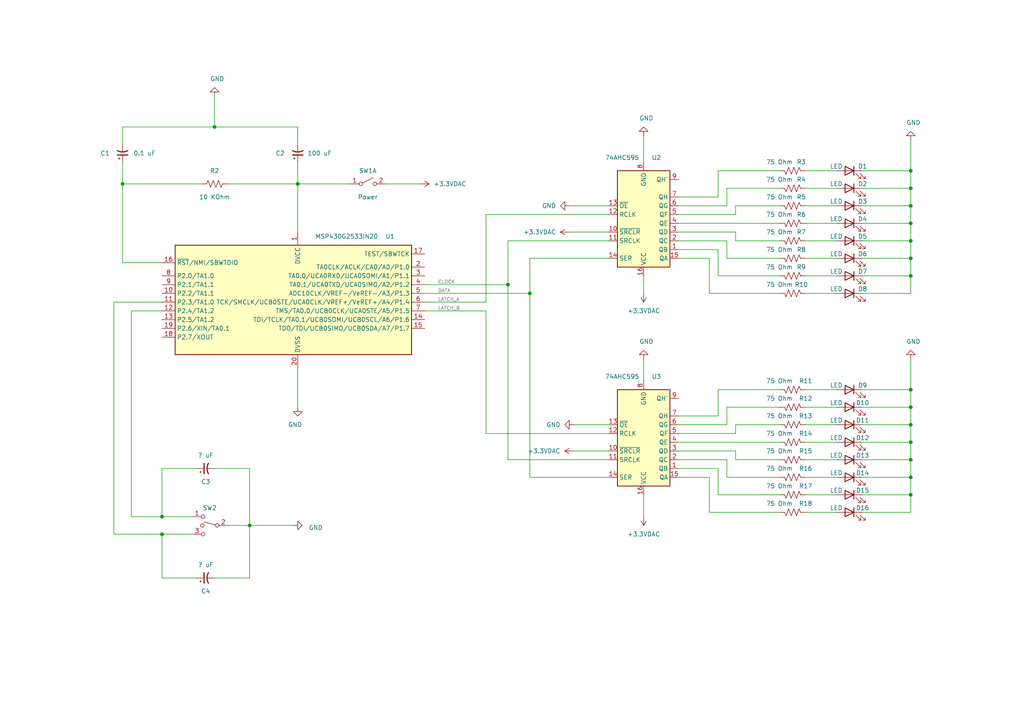
<source format=kicad_sch>
(kicad_sch (version 20230121) (generator eeschema)
  (paper "A4")
  (title_block (title "Bike turning lights") (date "2025-02-12") (rev "1.0") (company "Maksym Dybarskyi"))
  (lib_symbols
    (symbol "74xx:74AHC595"
      (property "Reference" "U" (at -7.62 13.97 0))
      (property "Value" "74AHC595" (at -7.62 -16.51 0))
      (symbol "74AHC595_1_0"
        (pin tri_state line (at 10.16 7.62 180) (length 2.54) (name "QB") (number "1"))
        (pin input line (at -10.16 2.54 0) (length 2.54) (name "~{SRCLR}") (number "10"))
        (pin input line (at -10.16 5.08 0) (length 2.54) (name "SRCLK") (number "11"))
        (pin input line (at -10.16 -2.54 0) (length 2.54) (name "RCLK") (number "12"))
        (pin input line (at -10.16 -5.08 0) (length 2.54) (name "~{OE}") (number "13"))
        (pin input line (at -10.16 10.16 0) (length 2.54) (name "SER") (number "14"))
        (pin tri_state line (at 10.16 10.16 180) (length 2.54) (name "QA") (number "15"))
        (pin power_in line (at 0 15.24 270) (length 2.54) (name "VCC") (number "16"))
        (pin tri_state line (at 10.16 5.08 180) (length 2.54) (name "QC") (number "2"))
        (pin tri_state line (at 10.16 2.54 180) (length 2.54) (name "QD") (number "3"))
        (pin tri_state line (at 10.16 0 180) (length 2.54) (name "QE") (number "4"))
        (pin tri_state line (at 10.16 -2.54 180) (length 2.54) (name "QF") (number "5"))
        (pin tri_state line (at 10.16 -5.08 180) (length 2.54) (name "QG") (number "6"))
        (pin tri_state line (at 10.16 -7.62 180) (length 2.54) (name "QH") (number "7"))
        (pin power_in line (at 0 -17.78 90) (length 2.54) (name "GND") (number "8"))
        (pin output line (at 10.16 -12.7 180) (length 2.54) (name "QH'") (number "9"))
      )
      (symbol "74AHC595_1_1"
        (rectangle (start -7.62 12.7) (end 7.62 -15.24) (stroke (width 0.254)) (fill (type background)))
      )
    )
    (symbol "Device:C_Polarized_Small_US" (pin_numbers hide) (pin_names (offset 0.254) hide)
      (property "Reference" "C" (at 0.254 1.778 0))
      (property "Value" "C_Polarized_Small_US" (at 0.254 -2.032 0))
      (symbol "C_Polarized_Small_US_0_1"
        (polyline (pts (xy -1.524 0.508) (xy 1.524 0.508)) (stroke (width 0.3048)))
        (polyline (pts (xy -1.27 1.524) (xy -0.762 1.524)))
        (polyline (pts (xy -1.016 1.27) (xy -1.016 1.778)))
        (arc (start 1.524 -0.762) (mid 0 -0.3734) (end -1.524 -0.762) (stroke (width 0.3048)))
      )
      (symbol "C_Polarized_Small_US_1_1"
        (pin passive line (at 0 2.54 270) (length 2.032) (name "~") (number "1"))
        (pin passive line (at 0 -2.54 90) (length 2.032) (name "~") (number "2"))
      )
    )
    (symbol "Device:LED" (pin_numbers hide) (pin_names (offset 1.016) hide)
      (property "Reference" "D" (at 0 2.54 0))
      (property "Value" "LED" (at 0 -2.54 0))
      (symbol "LED_0_1"
        (polyline (pts (xy -1.27 -1.27) (xy -1.27 1.27)) (stroke (width 0.254)))
        (polyline (pts (xy -1.27 0) (xy 1.27 0)))
        (polyline (pts (xy 1.27 -1.27) (xy 1.27 1.27) (xy -1.27 0) (xy 1.27 -1.27)) (stroke (width 0.254)))
        (polyline (pts (xy -3.048 -0.762) (xy -4.572 -2.286) (xy -3.81 -2.286) (xy -4.572 -2.286) (xy -4.572 -1.524)))
        (polyline (pts (xy -1.778 -0.762) (xy -3.302 -2.286) (xy -2.54 -2.286) (xy -3.302 -2.286) (xy -3.302 -1.524)))
      )
      (symbol "LED_1_1"
        (pin passive line (at -3.81 0 0) (length 2.54) (name "K") (number "1"))
        (pin passive line (at 3.81 0 180) (length 2.54) (name "A") (number "2"))
      )
    )
    (symbol "Device:R_US" (pin_numbers hide) (pin_names (offset 0))
      (property "Reference" "R" (at 2.54 0 90))
      (property "Value" "R_US" (at -2.54 0 90))
      (symbol "R_US_0_1"
        (polyline (pts (xy 0 -2.286) (xy 0 -2.54)))
        (polyline (pts (xy 0 2.286) (xy 0 2.54)))
        (polyline (pts (xy 0 -0.762) (xy 1.016 -1.143) (xy 0 -1.524) (xy -1.016 -1.905) (xy 0 -2.286)))
        (polyline (pts (xy 0 0.762) (xy 1.016 0.381) (xy 0 0) (xy -1.016 -0.381) (xy 0 -0.762)))
        (polyline (pts (xy 0 2.286) (xy 1.016 1.905) (xy 0 1.524) (xy -1.016 1.143) (xy 0 0.762)))
      )
      (symbol "R_US_1_1"
        (pin passive line (at 0 3.81 270) (length 1.27) (name "~") (number "1"))
        (pin passive line (at 0 -3.81 90) (length 1.27) (name "~") (number "2"))
      )
    )
    (symbol "MCU_Texas_MSP430:MSP430G2533IN20"
      (property "Reference" "U" (at -30.48 17.78 0))
      (property "Value" "MSP430G2533IN20" (at 26.67 -16.51 0))
      (symbol "MSP430G2533IN20_0_1"
        (rectangle (start -34.29 16.51) (end 34.29 -15.24) (stroke (width 0.254)) (fill (type background)))
      )
      (symbol "MSP430G2533IN20_1_1"
        (pin power_in line (at 1.27 20.32 270) (length 3.81) (name "DVCC") (number "1"))
        (pin bidirectional line (at -38.1 2.54 0) (length 3.81) (name "P2.2/TA1.1") (number "10"))
        (pin bidirectional line (at -38.1 0 0) (length 3.81) (name "P2.3/TA1.0") (number "11"))
        (pin bidirectional line (at -38.1 -2.54 0) (length 3.81) (name "P2.4/TA1.2") (number "12"))
        (pin bidirectional line (at -38.1 -5.08 0) (length 3.81) (name "P2.5/TA1.2") (number "13"))
        (pin bidirectional line (at 38.1 -5.08 180) (length 3.81) (name "TDI/TCLK/TA0.1/UCB0SOMI/UCB0SCL/A6/P1.6") (number "14"))
        (pin bidirectional line (at 38.1 -7.62 180) (length 3.81) (name "TDO/TDI/UCB0SIMO/UCB0SDA/A7/P1.7") (number "15"))
        (pin input line (at -38.1 11.43 0) (length 3.81) (name "~{RST}/NMI/SBWTDIO") (number "16"))
        (pin input line (at 38.1 13.97 180) (length 3.81) (name "TEST/SBWTCK") (number "17"))
        (pin bidirectional line (at -38.1 -10.16 0) (length 3.81) (name "P2.7/XOUT") (number "18"))
        (pin bidirectional line (at -38.1 -7.62 0) (length 3.81) (name "P2.6/XIN/TA0.1") (number "19"))
        (pin bidirectional line (at 38.1 10.16 180) (length 3.81) (name "TA0CLK/ACLK/CA0/A0/P1.0") (number "2"))
        (pin power_in line (at 1.27 -19.05 90) (length 3.81) (name "DVSS") (number "20"))
        (pin bidirectional line (at 38.1 7.62 180) (length 3.81) (name "TA0.0/UCA0RXD/UCA0SOMI/A1/P1.1") (number "3"))
        (pin bidirectional line (at 38.1 5.08 180) (length 3.81) (name "TA0.1/UCA0TXD/UCA0SIMO/A2/P1.2") (number "4"))
        (pin bidirectional line (at 38.1 2.54 180) (length 3.81) (name "ADC10CLK/VREF-/VeREF-/A3/P1.3") (number "5"))
        (pin bidirectional line (at 38.1 0 180) (length 3.81) (name "TCK/SMCLK/UCB0STE/UCA0CLK/VREF+/VeREF+/A4/P1.4") (number "6"))
        (pin bidirectional line (at 38.1 -2.54 180) (length 3.81) (name "TMS/TA0.0/UCB0CLK/UCA0STE/A5/P1.5") (number "7"))
        (pin bidirectional line (at -38.1 7.62 0) (length 3.81) (name "P2.0/TA1.0") (number "8"))
        (pin bidirectional line (at -38.1 5.08 0) (length 3.81) (name "P2.1/TA1.1") (number "9"))
      )
    )
    (symbol "Switch:SW_DPST_x2" (pin_names (offset 0) hide)
      (property "Reference" "SW" (at 0 3.175 0))
      (property "Value" "SW_DPST_x2" (at 0 -2.54 0))
      (symbol "SW_DPST_x2_0_0"
        (circle (center -2.032 0) (radius 0.508))
        (polyline (pts (xy -1.524 0.254) (xy 1.524 1.778)))
        (circle (center 2.032 0) (radius 0.508))
      )
      (symbol "SW_DPST_x2_1_1"
        (pin passive line (at -5.08 0 0) (length 2.54) (name "A") (number "1"))
        (pin passive line (at 5.08 0 180) (length 2.54) (name "B") (number "2"))
      )
      (symbol "SW_DPST_x2_2_1"
        (pin passive line (at -5.08 0 0) (length 2.54) (name "A") (number "3"))
        (pin passive line (at 5.08 0 180) (length 2.54) (name "B") (number "4"))
      )
    )
    (symbol "Switch:SW_SPDT_MSM" (pin_names (offset 0) hide)
      (property "Reference" "SW" (at 0 5.08 0))
      (property "Value" "SW_SPDT_MSM" (at 0 -5.08 0))
      (symbol "SW_SPDT_MSM_0_0"
        (circle (center -2.032 0) (radius 0.508))
        (polyline (pts (xy -1.524 0.127) (xy 1.778 1.016)))
        (circle (center 2.032 -2.54) (radius 0.508))
      )
      (symbol "SW_SPDT_MSM_0_1"
        (circle (center 2.032 2.54) (radius 0.508))
        (circle (center 2.286 0) (radius 0.508))
      )
      (symbol "SW_SPDT_MSM_1_1"
        (pin passive line (at 5.08 2.54 180) (length 2.54) (name "1") (number "1"))
        (pin passive line (at -5.08 0 0) (length 2.54) (name "2") (number "2"))
        (pin passive line (at 5.08 -2.54 180) (length 2.54) (name "3") (number "3"))
      )
    )
    (symbol "power:+3.7V" (power) (pin_names (offset 0))
      (property "Value" "+3.7V" (at 0 2.54 0))
      (symbol "+3.7V_0_0"
        (pin power_in line (at 0 0 90) (length 0) hide (name "+3.3VDAC") (number "1"))
      )
      (symbol "+3.7V_0_1"
        (polyline (pts (xy -0.762 1.27) (xy 0 2.54)))
        (polyline (pts (xy 0 0) (xy 0 2.54)))
        (polyline (pts (xy 0 2.54) (xy 0.762 1.27)))
      )
    )
    (symbol "power:GND" (power) (pin_names (offset 0))
      (property "Value" "GND" (at 0 -3.81 0))
      (symbol "GND_0_1"
        (polyline (pts (xy 0 0) (xy 0 -1.27) (xy 1.27 -1.27) (xy 0 -2.54) (xy -1.27 -1.27) (xy 0 -1.27)))
      )
      (symbol "GND_1_1"
        (pin power_in line (at 0 0 270) (length 0) hide (name "GND") (number "1"))
      )
    )
  )
  (junction (at 35.56 53.34))
  (junction (at 46.99 149.86))
  (junction (at 153.67 85.09))
  (junction (at 264.16 64.77))
  (junction (at 264.16 69.85))
  (junction (at 147.32 82.55))
  (junction (at 264.16 59.69))
  (junction (at 264.16 123.19))
  (junction (at 46.99 154.94))
  (junction (at 264.16 143.51))
  (junction (at 264.16 128.27))
  (junction (at 264.16 74.93))
  (junction (at 264.16 113.03))
  (junction (at 264.16 49.53))
  (junction (at 264.16 54.61))
  (junction (at 264.16 80.01))
  (junction (at 264.16 133.35))
  (junction (at 264.16 118.11))
  (junction (at 62.23 36.83))
  (junction (at 86.36 53.34))
  (junction (at 72.39 152.4))
  (junction (at 264.16 138.43))
  (wire (pts (xy 226.06 138.43) (xy 210.82 138.43)))
  (wire (pts (xy 57.15 167.64) (xy 46.99 167.64)))
  (wire (pts (xy 210.82 54.61) (xy 210.82 59.69)))
  (wire (pts (xy 264.16 74.93) (xy 264.16 69.85)))
  (wire (pts (xy 264.16 118.11) (xy 264.16 113.03)))
  (wire (pts (xy 226.06 133.35) (xy 213.36 133.35)))
  (wire (pts (xy 205.74 138.43) (xy 196.85 138.43)))
  (wire (pts (xy 33.02 87.63) (xy 33.02 154.94)))
  (wire (pts (xy 250.19 128.27) (xy 264.16 128.27)))
  (wire (pts (xy 35.56 46.99) (xy 35.56 53.34)))
  (wire (pts (xy 226.06 64.77) (xy 196.85 64.77)))
  (wire (pts (xy 250.19 143.51) (xy 264.16 143.51)))
  (wire (pts (xy 35.56 36.83) (xy 62.23 36.83)))
  (wire (pts (xy 38.1 90.17) (xy 38.1 149.86)))
  (wire (pts (xy 264.16 80.01) (xy 264.16 74.93)))
  (wire (pts (xy 264.16 69.85) (xy 264.16 64.77)))
  (wire (pts (xy 242.57 80.01) (xy 233.68 80.01)))
  (wire (pts (xy 242.57 138.43) (xy 233.68 138.43)))
  (wire (pts (xy 153.67 85.09) (xy 153.67 138.43)))
  (wire (pts (xy 250.19 148.59) (xy 264.16 148.59)))
  (wire (pts (xy 208.28 72.39) (xy 196.85 72.39)))
  (wire (pts (xy 242.57 128.27) (xy 233.68 128.27)))
  (wire (pts (xy 242.57 64.77) (xy 233.68 64.77)))
  (wire (pts (xy 176.53 74.93) (xy 153.67 74.93)))
  (wire (pts (xy 242.57 143.51) (xy 233.68 143.51)))
  (wire (pts (xy 226.06 143.51) (xy 208.28 143.51)))
  (wire (pts (xy 210.82 59.69) (xy 196.85 59.69)))
  (wire (pts (xy 66.04 53.34) (xy 86.36 53.34)))
  (wire (pts (xy 33.02 154.94) (xy 46.99 154.94)))
  (wire (pts (xy 72.39 135.89) (xy 72.39 152.4)))
  (wire (pts (xy 46.99 135.89) (xy 46.99 149.86)))
  (wire (pts (xy 264.16 85.09) (xy 264.16 80.01)))
  (wire (pts (xy 186.69 143.51) (xy 186.69 149.86)))
  (wire (pts (xy 186.69 39.37) (xy 186.69 46.99)))
  (wire (pts (xy 208.28 135.89) (xy 196.85 135.89)))
  (wire (pts (xy 176.53 59.69) (xy 165.1 59.69)))
  (wire (pts (xy 250.19 85.09) (xy 264.16 85.09)))
  (wire (pts (xy 72.39 152.4) (xy 85.09 152.4)))
  (wire (pts (xy 250.19 118.11) (xy 264.16 118.11)))
  (wire (pts (xy 46.99 154.94) (xy 55.88 154.94)))
  (wire (pts (xy 62.23 36.83) (xy 86.36 36.83)))
  (wire (pts (xy 226.06 128.27) (xy 196.85 128.27)))
  (wire (pts (xy 176.53 133.35) (xy 147.32 133.35)))
  (wire (pts (xy 46.99 90.17) (xy 38.1 90.17)))
  (wire (pts (xy 66.04 152.4) (xy 72.39 152.4)))
  (wire (pts (xy 242.57 118.11) (xy 233.68 118.11)))
  (wire (pts (xy 86.36 106.68) (xy 86.36 118.11)))
  (wire (pts (xy 264.16 64.77) (xy 264.16 59.69)))
  (wire (pts (xy 264.16 138.43) (xy 264.16 143.51)))
  (wire (pts (xy 186.69 80.01) (xy 186.69 85.09)))
  (wire (pts (xy 213.36 125.73) (xy 196.85 125.73)))
  (wire (pts (xy 226.06 80.01) (xy 208.28 80.01)))
  (wire (pts (xy 242.57 59.69) (xy 233.68 59.69)))
  (wire (pts (xy 35.56 53.34) (xy 58.42 53.34)))
  (wire (pts (xy 264.16 49.53) (xy 250.19 49.53)))
  (wire (pts (xy 250.19 54.61) (xy 264.16 54.61)))
  (wire (pts (xy 205.74 74.93) (xy 196.85 74.93)))
  (wire (pts (xy 242.57 133.35) (xy 233.68 133.35)))
  (wire (pts (xy 196.85 57.15) (xy 208.28 57.15)))
  (wire (pts (xy 46.99 167.64) (xy 46.99 154.94)))
  (wire (pts (xy 38.1 149.86) (xy 46.99 149.86)))
  (wire (pts (xy 57.15 135.89) (xy 46.99 135.89)))
  (wire (pts (xy 226.06 113.03) (xy 208.28 113.03)))
  (wire (pts (xy 46.99 76.2) (xy 35.56 76.2)))
  (wire (pts (xy 196.85 123.19) (xy 210.82 123.19)))
  (wire (pts (xy 208.28 120.65) (xy 196.85 120.65)))
  (wire (pts (xy 250.19 113.03) (xy 264.16 113.03)))
  (wire (pts (xy 250.19 80.01) (xy 264.16 80.01)))
  (wire (pts (xy 242.57 148.59) (xy 233.68 148.59)))
  (wire (pts (xy 123.19 90.17) (xy 140.97 90.17)))
  (wire (pts (xy 250.19 123.19) (xy 264.16 123.19)))
  (wire (pts (xy 264.16 128.27) (xy 264.16 123.19)))
  (wire (pts (xy 166.37 123.19) (xy 176.53 123.19)))
  (wire (pts (xy 62.23 135.89) (xy 72.39 135.89)))
  (wire (pts (xy 140.97 90.17) (xy 140.97 125.73)))
  (wire (pts (xy 210.82 123.19) (xy 210.82 118.11)))
  (wire (pts (xy 123.19 85.09) (xy 153.67 85.09)))
  (wire (pts (xy 226.06 54.61) (xy 210.82 54.61)))
  (wire (pts (xy 242.57 54.61) (xy 233.68 54.61)))
  (wire (pts (xy 210.82 138.43) (xy 210.82 133.35)))
  (wire (pts (xy 205.74 148.59) (xy 205.74 138.43)))
  (wire (pts (xy 226.06 148.59) (xy 205.74 148.59)))
  (wire (pts (xy 86.36 53.34) (xy 86.36 67.31)))
  (wire (pts (xy 264.16 123.19) (xy 264.16 118.11)))
  (wire (pts (xy 242.57 49.53) (xy 233.68 49.53)))
  (wire (pts (xy 123.19 87.63) (xy 140.97 87.63)))
  (wire (pts (xy 250.19 64.77) (xy 264.16 64.77)))
  (wire (pts (xy 242.57 123.19) (xy 233.68 123.19)))
  (wire (pts (xy 264.16 49.53) (xy 264.16 54.61)))
  (wire (pts (xy 210.82 133.35) (xy 196.85 133.35)))
  (wire (pts (xy 86.36 41.91) (xy 86.36 36.83)))
  (wire (pts (xy 226.06 69.85) (xy 213.36 69.85)))
  (wire (pts (xy 176.53 138.43) (xy 153.67 138.43)))
  (wire (pts (xy 72.39 167.64) (xy 72.39 152.4)))
  (wire (pts (xy 101.6 53.34) (xy 86.36 53.34)))
  (wire (pts (xy 250.19 59.69) (xy 264.16 59.69)))
  (wire (pts (xy 250.19 133.35) (xy 264.16 133.35)))
  (wire (pts (xy 213.36 69.85) (xy 213.36 67.31)))
  (wire (pts (xy 153.67 74.93) (xy 153.67 85.09)))
  (wire (pts (xy 123.19 82.55) (xy 147.32 82.55)))
  (wire (pts (xy 242.57 85.09) (xy 233.68 85.09)))
  (wire (pts (xy 111.76 53.34) (xy 121.92 53.34)))
  (wire (pts (xy 226.06 85.09) (xy 205.74 85.09)))
  (wire (pts (xy 250.19 138.43) (xy 264.16 138.43)))
  (wire (pts (xy 62.23 167.64) (xy 72.39 167.64)))
  (wire (pts (xy 147.32 69.85) (xy 147.32 82.55)))
  (wire (pts (xy 205.74 85.09) (xy 205.74 74.93)))
  (wire (pts (xy 210.82 69.85) (xy 196.85 69.85)))
  (wire (pts (xy 208.28 113.03) (xy 208.28 120.65)))
  (wire (pts (xy 264.16 133.35) (xy 264.16 128.27)))
  (wire (pts (xy 264.16 59.69) (xy 264.16 54.61)))
  (wire (pts (xy 242.57 74.93) (xy 233.68 74.93)))
  (wire (pts (xy 250.19 69.85) (xy 264.16 69.85)))
  (wire (pts (xy 165.1 67.31) (xy 176.53 67.31)))
  (wire (pts (xy 140.97 62.23) (xy 140.97 87.63)))
  (wire (pts (xy 264.16 40.64) (xy 264.16 49.53)))
  (wire (pts (xy 226.06 59.69) (xy 213.36 59.69)))
  (wire (pts (xy 62.23 27.94) (xy 62.23 36.83)))
  (wire (pts (xy 176.53 62.23) (xy 140.97 62.23)))
  (wire (pts (xy 242.57 69.85) (xy 233.68 69.85)))
  (wire (pts (xy 86.36 46.99) (xy 86.36 53.34)))
  (wire (pts (xy 226.06 49.53) (xy 208.28 49.53)))
  (wire (pts (xy 213.36 130.81) (xy 196.85 130.81)))
  (wire (pts (xy 213.36 59.69) (xy 213.36 62.23)))
  (wire (pts (xy 186.69 104.14) (xy 186.69 110.49)))
  (wire (pts (xy 210.82 118.11) (xy 226.06 118.11)))
  (wire (pts (xy 46.99 149.86) (xy 55.88 149.86)))
  (wire (pts (xy 35.56 53.34) (xy 35.56 76.2)))
  (wire (pts (xy 176.53 125.73) (xy 140.97 125.73)))
  (wire (pts (xy 264.16 138.43) (xy 264.16 133.35)))
  (wire (pts (xy 147.32 82.55) (xy 147.32 133.35)))
  (wire (pts (xy 250.19 74.93) (xy 264.16 74.93)))
  (wire (pts (xy 264.16 113.03) (xy 264.16 104.14)))
  (wire (pts (xy 33.02 87.63) (xy 46.99 87.63)))
  (wire (pts (xy 242.57 113.03) (xy 233.68 113.03)))
  (wire (pts (xy 208.28 57.15) (xy 208.28 49.53)))
  (wire (pts (xy 213.36 133.35) (xy 213.36 130.81)))
  (wire (pts (xy 208.28 80.01) (xy 208.28 72.39)))
  (wire (pts (xy 208.28 143.51) (xy 208.28 135.89)))
  (wire (pts (xy 35.56 36.83) (xy 35.56 41.91)))
  (wire (pts (xy 176.53 69.85) (xy 147.32 69.85)))
  (wire (pts (xy 213.36 62.23) (xy 196.85 62.23)))
  (wire (pts (xy 226.06 74.93) (xy 210.82 74.93)))
  (wire (pts (xy 264.16 148.59) (xy 264.16 143.51)))
  (wire (pts (xy 166.37 130.81) (xy 176.53 130.81)))
  (wire (pts (xy 213.36 123.19) (xy 213.36 125.73)))
  (wire (pts (xy 213.36 67.31) (xy 196.85 67.31)))
  (wire (pts (xy 226.06 123.19) (xy 213.36 123.19)))
  (wire (pts (xy 210.82 74.93) (xy 210.82 69.85)))
  (text "DATA" (at 127 85.09 0) (effects (font (size 1 1)) (justify left bottom)))
  (text "LATCH_A" (at 127 87.63 0) (effects (font (size 1 1)) (justify left bottom)))
  (text "LATCH_B" (at 127 90.17 0) (effects (font (size 1 1)) (justify left bottom)))
  (text "CLOCK" (at 127 82.55 0) (effects (font (size 1 1)) (justify left bottom)))
  (symbol (lib_id "MCU_Texas_MSP430:MSP430G2533IN20") (at 85.09 87.63 0) (unit 1)
    (property "Reference" "U1" (at 111.76 68.58 0) (effects (justify left)))
    (property "Value" "MSP430G2533IN20" (at 91.44 68.58 0) (effects (justify left)))
    (property "Footprint" "Package_DIP:DIP-20_W7.62mm" (effects hide))
    (property "Datasheet" "http://www.ti.com/lit/ds/symlink/msp430g2533.pdf" (effects hide))
  )
  (symbol (lib_id "power:GND") (at 186.69 104.14 180) (unit 1)
    (property "Reference" "#PWR012" (effects hide))
    (property "Value" "GND" (at 185.42 99.06 0) (effects (justify right)))
  )
  (symbol (lib_id "Device:R_US") (at 229.87 118.11 90) (mirror x) (unit 1)
    (property "Reference" "R12" (at 233.68 115.57 90))
    (property "Value" "75 Ohm" (at 226.06 115.57 90))
  )
  (symbol (lib_id "Device:LED") (at 246.38 59.69 0) (mirror y) (unit 1)
    (property "Reference" "D3" (at 250.19 58.42 0))
    (property "Value" "LED" (at 242.57 58.42 0))
  )
  (symbol (lib_id "power:GND") (at 85.09 152.4 90) (unit 1)
    (property "Reference" "#PWR016" (effects hide))
    (property "Value" "GND" (at 89.535 153.035 90) (effects (justify right)))
  )
  (symbol (lib_id "Device:LED") (at 246.38 128.27 0) (mirror y) (unit 1)
    (property "Reference" "D12" (at 250.19 127 0))
    (property "Value" "LED" (at 242.57 127 0))
  )
  (symbol (lib_id "Device:R_US") (at 229.87 123.19 90) (mirror x) (unit 1)
    (property "Reference" "R13" (at 233.68 120.65 90))
    (property "Value" "75 Ohm" (at 226.06 120.65 90))
  )
  (symbol (lib_id "Device:LED") (at 246.38 143.51 0) (mirror y) (unit 1)
    (property "Reference" "D15" (at 250.19 142.24 0))
    (property "Value" "LED" (at 242.57 142.24 0))
  )
  (symbol (lib_id "power:+3.7V") (at 186.69 85.09 180) (unit 1)
    (property "Reference" "#PWR011" (effects hide))
    (property "Value" "+3.7V" (at 186.69 90.17 0))
  )
  (symbol (lib_id "Device:R_US") (at 229.87 85.09 90) (mirror x) (unit 1)
    (property "Reference" "R10" (at 232.41 82.55 90))
    (property "Value" "75 Ohm" (at 226.06 82.55 90))
  )
  (symbol (lib_id "power:GND") (at 165.1 59.69 270) (unit 1)
    (property "Reference" "#PWR06" (effects hide))
    (property "Value" "GND" (at 161.29 59.69 90) (effects (justify right)))
  )
  (symbol (lib_id "Device:LED") (at 246.38 113.03 0) (mirror y) (unit 1)
    (property "Reference" "D9" (at 250.19 111.76 0))
    (property "Value" "LED" (at 242.57 111.76 0))
  )
  (symbol (lib_id "power:GND") (at 264.16 104.14 180) (unit 1)
    (property "Reference" "#PWR015" (effects hide))
    (property "Value" "GND" (at 262.89 99.06 0) (effects (justify right)))
  )
  (symbol (lib_id "power:GND") (at 186.69 39.37 180) (unit 1)
    (property "Reference" "#PWR010" (effects hide))
    (property "Value" "GND" (at 185.42 34.29 0) (effects (justify right)))
  )
  (symbol (lib_id "Device:C_Polarized_Small_US") (at 35.56 44.45 0) (mirror x) (unit 1)
    (property "Reference" "C1" (at 30.48 44.45 0))
    (property "Value" "0.1 uF" (at 41.91 44.45 0))
  )
  (symbol (lib_id "power:+3.7V") (at 166.37 130.81 90) (mirror x) (unit 1)
    (property "Reference" "#PWR09" (effects hide))
    (property "Value" "+3.7V" (at 162.56 130.81 90) (effects (justify left)))
  )
  (symbol (lib_id "Device:LED") (at 246.38 85.09 0) (mirror y) (unit 1)
    (property "Reference" "D8" (at 250.19 83.82 0))
    (property "Value" "LED" (at 242.57 83.82 0))
  )
  (symbol (lib_id "74xx:74AHC595") (at 186.69 64.77 0) (mirror x) (unit 1)
    (property "Reference" "U2" (at 191.77 45.72 0) (effects (justify right)))
    (property "Value" "74AHC595" (at 185.42 45.72 0) (effects (justify right)))
    (property "Footprint" "Package_DIP:DIP-16_W7.62mm" (effects hide))
    (property "Datasheet" "https://assets.nexperia.com/documents/data-sheet/74AHC_AHCT595.pdf" (effects hide))
  )
  (symbol (lib_id "Device:R_US") (at 229.87 133.35 90) (mirror x) (unit 1)
    (property "Reference" "R15" (at 233.68 130.81 90))
    (property "Value" "75 Ohm" (at 226.06 130.81 90))
  )
  (symbol (lib_id "power:GND") (at 166.37 123.19 270) (unit 1)
    (property "Reference" "#PWR08" (effects hide))
    (property "Value" "GND" (at 162.56 123.19 90) (effects (justify right)))
  )
  (symbol (lib_id "power:+3.7V") (at 186.69 149.86 180) (unit 1)
    (property "Reference" "#PWR013" (effects hide))
    (property "Value" "+3.7V" (at 186.69 154.94 0))
  )
  (symbol (lib_id "Device:R_US") (at 229.87 80.01 90) (mirror x) (unit 1)
    (property "Reference" "R9" (at 232.41 77.47 90))
    (property "Value" "75 Ohm" (at 226.06 77.47 90))
  )
  (symbol (lib_id "Device:R_US") (at 229.87 64.77 90) (mirror x) (unit 1)
    (property "Reference" "R6" (at 232.41 62.23 90))
    (property "Value" "75 Ohm" (at 226.06 62.23 90))
  )
  (symbol (lib_id "Device:LED") (at 246.38 148.59 0) (mirror y) (unit 1)
    (property "Reference" "D16" (at 250.19 147.32 0))
    (property "Value" "LED" (at 242.57 147.32 0))
  )
  (symbol (lib_id "Device:LED") (at 246.38 138.43 0) (mirror y) (unit 1)
    (property "Reference" "D14" (at 250.19 137.16 0))
    (property "Value" "LED" (at 242.57 137.16 0))
  )
  (symbol (lib_id "Device:R_US") (at 229.87 148.59 90) (mirror x) (unit 1)
    (property "Reference" "R18" (at 233.68 146.05 90))
    (property "Value" "75 Ohm" (at 226.06 146.05 90))
  )
  (symbol (lib_id "Device:LED") (at 246.38 74.93 0) (mirror y) (unit 1)
    (property "Reference" "D6" (at 250.19 73.66 0))
    (property "Value" "LED" (at 242.57 73.66 0))
  )
  (symbol (lib_id "power:GND") (at 264.16 40.64 180) (unit 1)
    (property "Reference" "#PWR014" (effects hide))
    (property "Value" "GND" (at 262.89 35.56 0) (effects (justify right)))
  )
  (symbol (lib_id "Device:R_US") (at 229.87 128.27 90) (mirror x) (unit 1)
    (property "Reference" "R14" (at 233.68 125.73 90))
    (property "Value" "75 Ohm" (at 226.06 125.73 90))
  )
  (symbol (lib_id "Switch:SW_DPST_x2") (at 106.68 53.34 0) (unit 1)
    (property "Reference" "SW1" (at 106.68 49.53 0))
    (property "Value" "Power" (at 106.68 57.15 0))
  )
  (symbol (lib_id "Device:LED") (at 246.38 64.77 0) (mirror y) (unit 1)
    (property "Reference" "D4" (at 250.19 63.5 0))
    (property "Value" "LED" (at 242.57 63.5 0))
  )
  (symbol (lib_id "Device:LED") (at 246.38 133.35 0) (mirror y) (unit 1)
    (property "Reference" "D13" (at 250.19 132.08 0))
    (property "Value" "LED" (at 242.57 132.08 0))
  )
  (symbol (lib_id "Device:C_Polarized_Small_US") (at 59.69 135.89 90) (unit 1)
    (property "Reference" "C3" (at 59.69 139.7 90))
    (property "Value" "? uF" (at 59.69 132.08 90))
  )
  (symbol (lib_id "Device:R_US") (at 229.87 74.93 90) (mirror x) (unit 1)
    (property "Reference" "R8" (at 232.41 72.39 90))
    (property "Value" "75 Ohm" (at 226.06 72.39 90))
  )
  (symbol (lib_id "Device:C_Polarized_Small_US") (at 86.36 44.45 0) (mirror x) (unit 1)
    (property "Reference" "C2" (at 81.28 44.45 0))
    (property "Value" "100 uF" (at 92.71 44.45 0))
  )
  (symbol (lib_id "Device:LED") (at 246.38 118.11 0) (mirror y) (unit 1)
    (property "Reference" "D10" (at 250.19 116.84 0))
    (property "Value" "LED" (at 242.57 116.84 0))
  )
  (symbol (lib_id "Device:R_US") (at 229.87 49.53 90) (mirror x) (unit 1)
    (property "Reference" "R3" (at 232.41 46.99 90))
    (property "Value" "75 Ohm" (at 226.06 46.99 90))
  )
  (symbol (lib_id "Device:LED") (at 246.38 54.61 0) (mirror y) (unit 1)
    (property "Reference" "D2" (at 250.19 53.34 0))
    (property "Value" "LED" (at 242.57 53.34 0))
  )
  (symbol (lib_id "Device:R_US") (at 229.87 69.85 90) (mirror x) (unit 1)
    (property "Reference" "R7" (at 232.41 67.31 90))
    (property "Value" "75 Ohm" (at 226.06 67.31 90))
  )
  (symbol (lib_id "Switch:SW_SPDT_MSM") (at 60.96 152.4 0) (mirror y) (unit 1)
    (property "Reference" "SW2" (at 60.833 147.32 0))
    (property "Value" "SW_SPDT_MSM" (effects hide))
  )
  (symbol (lib_id "Device:R_US") (at 229.87 59.69 90) (mirror x) (unit 1)
    (property "Reference" "R5" (at 232.41 57.15 90))
    (property "Value" "75 Ohm" (at 226.06 57.15 90))
  )
  (symbol (lib_id "power:+3.7V") (at 121.92 53.34 270) (unit 1)
    (property "Reference" "#PWR05" (effects hide))
    (property "Value" "+3.7V" (at 125.73 53.34 90) (effects (justify left)))
  )
  (symbol (lib_id "Device:LED") (at 246.38 80.01 0) (mirror y) (unit 1)
    (property "Reference" "D7" (at 250.19 78.74 0))
    (property "Value" "LED" (at 242.57 78.74 0))
  )
  (symbol (lib_id "Device:R_US") (at 62.23 53.34 270) (unit 1)
    (property "Reference" "R2" (at 62.23 49.53 90))
    (property "Value" "10 KOhm" (at 62.23 57.15 90))
  )
  (symbol (lib_id "power:+3.7V") (at 165.1 67.31 90) (mirror x) (unit 1)
    (property "Reference" "#PWR07" (effects hide))
    (property "Value" "+3.7V" (at 161.29 67.31 90) (effects (justify left)))
  )
  (symbol (lib_id "Device:C_Polarized_Small_US") (at 59.69 167.64 90) (unit 1)
    (property "Reference" "C4" (at 59.69 171.45 90))
    (property "Value" "? uF" (at 59.69 163.83 90))
  )
  (symbol (lib_id "74xx:74AHC595") (at 186.69 128.27 0) (mirror x) (unit 1)
    (property "Reference" "U3" (at 191.77 109.22 0) (effects (justify right)))
    (property "Value" "74AHC595" (at 185.42 109.22 0) (effects (justify right)))
    (property "Footprint" "Package_DIP:DIP-16_W7.62mm" (effects hide))
    (property "Datasheet" "https://assets.nexperia.com/documents/data-sheet/74AHC_AHCT595.pdf" (effects hide))
  )
  (symbol (lib_id "Device:LED") (at 246.38 49.53 0) (mirror y) (unit 1)
    (property "Reference" "D1" (at 250.19 48.26 0))
    (property "Value" "LED" (at 242.57 48.26 0))
  )
  (symbol (lib_id "Device:LED") (at 246.38 69.85 0) (mirror y) (unit 1)
    (property "Reference" "D5" (at 250.19 68.58 0))
    (property "Value" "LED" (at 242.57 68.58 0))
  )
  (symbol (lib_id "power:GND") (at 62.23 27.94 180) (unit 1)
    (property "Reference" "#PWR02" (effects hide))
    (property "Value" "GND" (at 60.96 22.86 0) (effects (justify right)))
  )
  (symbol (lib_id "Device:R_US") (at 229.87 113.03 90) (mirror x) (unit 1)
    (property "Reference" "R11" (at 233.68 110.49 90))
    (property "Value" "75 Ohm" (at 226.06 110.49 90))
  )
  (symbol (lib_id "power:GND") (at 86.36 118.11 0) (unit 1)
    (property "Reference" "#PWR03" (effects hide))
    (property "Value" "GND" (at 87.63 123.19 0) (effects (justify right)))
  )
  (symbol (lib_id "Device:R_US") (at 229.87 54.61 90) (mirror x) (unit 1)
    (property "Reference" "R4" (at 232.41 52.07 90))
    (property "Value" "75 Ohm" (at 226.06 52.07 90))
  )
  (symbol (lib_id "Device:LED") (at 246.38 123.19 0) (mirror y) (unit 1)
    (property "Reference" "D11" (at 250.19 121.92 0))
    (property "Value" "LED" (at 242.57 121.92 0))
  )
  (symbol (lib_id "Device:R_US") (at 229.87 143.51 90) (mirror x) (unit 1)
    (property "Reference" "R17" (at 233.68 140.97 90))
    (property "Value" "75 Ohm" (at 226.06 140.97 90))
  )
  (symbol (lib_id "Device:R_US") (at 229.87 138.43 90) (mirror x) (unit 1)
    (property "Reference" "R16" (at 233.68 135.89 90))
    (property "Value" "75 Ohm" (at 226.06 135.89 90))
  )
)
</source>
